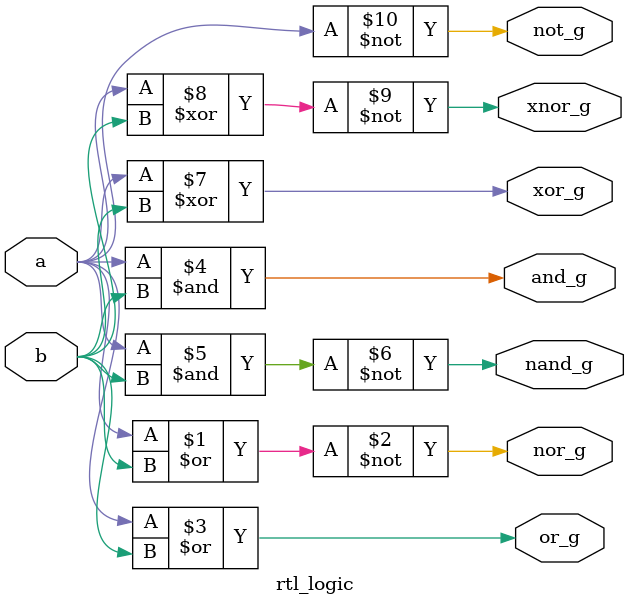
<source format=v>
module rtl_logic(a,b,not_g,nor_g,or_g,and_g,nand_g,xor_g,xnor_g);
    input a,b;
    output not_g,nor_g,or_g,and_g,nand_g,xor_g,xnor_g;
    not (not_g,a);
    nor (nor_g,a,b);
    or (or_g,a,b);
    and(and_g,a,b);
    nand (nand_g,a,b);
    xor (xor_g,a,b);
    xnor (xnor_g,a,b);
endmodule

</source>
